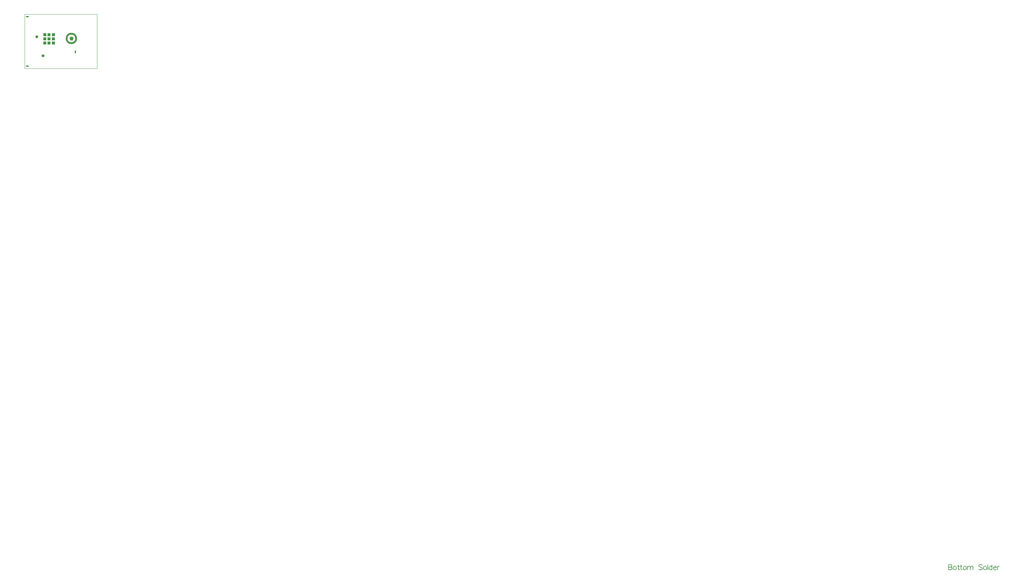
<source format=gbs>
G04*
G04 #@! TF.GenerationSoftware,Altium Limited,Altium Designer,22.4.2 (48)*
G04*
G04 Layer_Color=16711935*
%FSLAX24Y24*%
%MOIN*%
G70*
G04*
G04 #@! TF.SameCoordinates,234F8549-8FEE-4F9A-8B0D-93BDF39202AA*
G04*
G04*
G04 #@! TF.FilePolarity,Negative*
G04*
G01*
G75*
%ADD14C,0.0059*%
%ADD15C,0.0039*%
%ADD16R,0.0354X0.0354*%
%ADD40O,0.0316X0.0158*%
%ADD41O,0.0158X0.0316*%
%ADD55C,0.0200*%
%ADD63C,0.0315*%
G04:AMPARAMS|DCode=64|XSize=39.5mil|YSize=39.5mil|CornerRadius=11.9mil|HoleSize=0mil|Usage=FLASHONLY|Rotation=270.000|XOffset=0mil|YOffset=0mil|HoleType=Round|Shape=RoundedRectangle|*
%AMROUNDEDRECTD64*
21,1,0.0395,0.0157,0,0,270.0*
21,1,0.0157,0.0395,0,0,270.0*
1,1,0.0237,-0.0079,-0.0079*
1,1,0.0237,-0.0079,0.0079*
1,1,0.0237,0.0079,0.0079*
1,1,0.0237,0.0079,-0.0079*
%
%ADD64ROUNDEDRECTD64*%
D14*
X103760Y-55760D02*
X103760Y-56350D01*
X103760Y-55760D02*
X104013Y-55760D01*
X104097Y-55788D01*
X104125Y-55816D01*
X104154Y-55872D01*
X104154Y-55928D01*
X104125Y-55985D01*
X104097Y-56013D01*
X104013Y-56041D01*
X103760Y-56041D02*
X104013Y-56041D01*
X104097Y-56069D01*
X104125Y-56097D01*
X104154Y-56153D01*
X104154Y-56238D01*
X104125Y-56294D01*
X104097Y-56322D01*
X104013Y-56350D01*
X103760Y-56350D01*
X104426Y-55956D02*
X104370Y-55985D01*
X104314Y-56041D01*
X104286Y-56125D01*
X104286Y-56181D01*
X104314Y-56266D01*
X104370Y-56322D01*
X104426Y-56350D01*
X104511Y-56350D01*
X104567Y-56322D01*
X104623Y-56266D01*
X104651Y-56181D01*
X104651Y-56125D01*
X104623Y-56041D01*
X104567Y-55985D01*
X104511Y-55956D01*
X104426Y-55956D01*
X104865Y-55760D02*
X104865Y-56238D01*
X104893Y-56322D01*
X104949Y-56350D01*
X105006Y-56350D01*
X104781Y-55956D02*
X104977Y-55956D01*
X105174Y-55760D02*
X105174Y-56238D01*
X105202Y-56322D01*
X105259Y-56350D01*
X105315Y-56350D01*
X105090Y-55956D02*
X105287Y-55956D01*
X105540Y-55956D02*
X105483Y-55985D01*
X105427Y-56041D01*
X105399Y-56125D01*
X105399Y-56181D01*
X105427Y-56266D01*
X105483Y-56322D01*
X105540Y-56350D01*
X105624Y-56350D01*
X105680Y-56322D01*
X105737Y-56266D01*
X105765Y-56181D01*
X105765Y-56125D01*
X105737Y-56041D01*
X105680Y-55985D01*
X105624Y-55956D01*
X105540Y-55956D01*
X105894Y-55956D02*
X105894Y-56350D01*
X105894Y-56069D02*
X105978Y-55985D01*
X106035Y-55956D01*
X106119Y-55956D01*
X106175Y-55985D01*
X106203Y-56069D01*
X106203Y-56350D01*
X106203Y-56069D02*
X106288Y-55985D01*
X106344Y-55956D01*
X106428Y-55956D01*
X106484Y-55985D01*
X106512Y-56069D01*
X106512Y-56350D01*
X107556Y-55844D02*
X107499Y-55788D01*
X107415Y-55760D01*
X107303Y-55760D01*
X107218Y-55788D01*
X107162Y-55844D01*
X107162Y-55900D01*
X107190Y-55956D01*
X107218Y-55985D01*
X107274Y-56013D01*
X107443Y-56069D01*
X107499Y-56097D01*
X107527Y-56125D01*
X107556Y-56181D01*
X107556Y-56266D01*
X107499Y-56322D01*
X107415Y-56350D01*
X107303Y-56350D01*
X107218Y-56322D01*
X107162Y-56266D01*
X107828Y-55956D02*
X107772Y-55985D01*
X107716Y-56041D01*
X107688Y-56125D01*
X107688Y-56181D01*
X107716Y-56266D01*
X107772Y-56322D01*
X107828Y-56350D01*
X107913Y-56350D01*
X107969Y-56322D01*
X108025Y-56266D01*
X108053Y-56181D01*
X108053Y-56125D01*
X108025Y-56041D01*
X107969Y-55985D01*
X107913Y-55956D01*
X107828Y-55956D01*
X108183Y-55760D02*
X108183Y-56350D01*
X108644Y-55760D02*
X108644Y-56350D01*
X108644Y-56041D02*
X108587Y-55985D01*
X108531Y-55956D01*
X108447Y-55956D01*
X108391Y-55985D01*
X108334Y-56041D01*
X108306Y-56125D01*
X108306Y-56181D01*
X108334Y-56266D01*
X108391Y-56322D01*
X108447Y-56350D01*
X108531Y-56350D01*
X108587Y-56322D01*
X108644Y-56266D01*
X108801Y-56125D02*
X109138Y-56125D01*
X109138Y-56069D01*
X109110Y-56013D01*
X109082Y-55985D01*
X109026Y-55956D01*
X108942Y-55956D01*
X108885Y-55985D01*
X108829Y-56041D01*
X108801Y-56125D01*
X108801Y-56181D01*
X108829Y-56266D01*
X108885Y-56322D01*
X108942Y-56350D01*
X109026Y-56350D01*
X109082Y-56322D01*
X109138Y-56266D01*
X109265Y-55956D02*
X109265Y-56350D01*
X109265Y-56125D02*
X109293Y-56041D01*
X109349Y-55985D01*
X109406Y-55956D01*
X109490Y-55956D01*
D15*
X0Y0D02*
X0Y6102D01*
X0Y0D02*
X8150Y0D01*
X8150Y6102D01*
X0Y6102D02*
X8150Y6102D01*
D16*
X2281Y2848D02*
D03*
X2281Y3792D02*
D03*
X2754Y3792D02*
D03*
X3226Y3792D02*
D03*
X3226Y3320D02*
D03*
X2754Y3320D02*
D03*
X2281Y3320D02*
D03*
X3226Y2848D02*
D03*
X2754Y2848D02*
D03*
D40*
X315Y256D02*
D03*
X316Y5827D02*
D03*
D41*
X5721Y1870D02*
D03*
D55*
X5799Y3371D02*
G03*
X5799Y3371I-540J0D01*
G01*
D63*
X2080Y1410D02*
D03*
X1384Y3560D02*
D03*
D64*
X5260Y3371D02*
D03*
M02*

</source>
